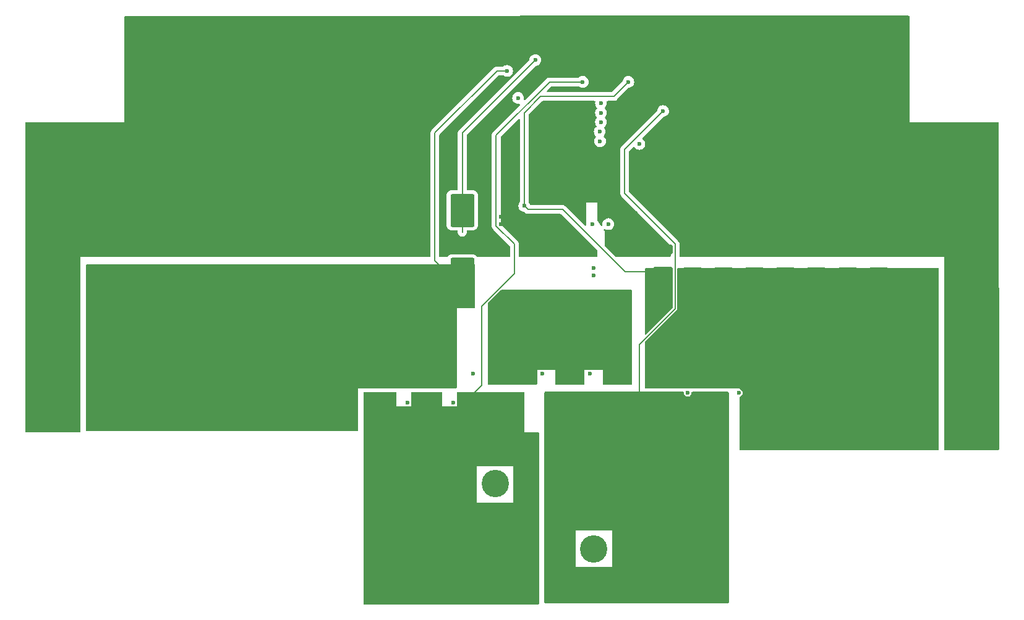
<source format=gbl>
%TF.GenerationSoftware,KiCad,Pcbnew,8.0.7*%
%TF.CreationDate,2025-01-13T19:37:05-08:00*%
%TF.ProjectId,DCDCv2,44434443-7632-42e6-9b69-6361645f7063,rev?*%
%TF.SameCoordinates,Original*%
%TF.FileFunction,Copper,L4,Bot*%
%TF.FilePolarity,Positive*%
%FSLAX46Y46*%
G04 Gerber Fmt 4.6, Leading zero omitted, Abs format (unit mm)*
G04 Created by KiCad (PCBNEW 8.0.7) date 2025-01-13 19:37:05*
%MOMM*%
%LPD*%
G01*
G04 APERTURE LIST*
G04 Aperture macros list*
%AMRoundRect*
0 Rectangle with rounded corners*
0 $1 Rounding radius*
0 $2 $3 $4 $5 $6 $7 $8 $9 X,Y pos of 4 corners*
0 Add a 4 corners polygon primitive as box body*
4,1,4,$2,$3,$4,$5,$6,$7,$8,$9,$2,$3,0*
0 Add four circle primitives for the rounded corners*
1,1,$1+$1,$2,$3*
1,1,$1+$1,$4,$5*
1,1,$1+$1,$6,$7*
1,1,$1+$1,$8,$9*
0 Add four rect primitives between the rounded corners*
20,1,$1+$1,$2,$3,$4,$5,0*
20,1,$1+$1,$4,$5,$6,$7,0*
20,1,$1+$1,$6,$7,$8,$9,0*
20,1,$1+$1,$8,$9,$2,$3,0*%
G04 Aperture macros list end*
%TA.AperFunction,ComponentPad*%
%ADD10C,1.803400*%
%TD*%
%TA.AperFunction,ComponentPad*%
%ADD11C,2.000000*%
%TD*%
%TA.AperFunction,ComponentPad*%
%ADD12C,3.750000*%
%TD*%
%TA.AperFunction,ComponentPad*%
%ADD13R,10.000000X5.000000*%
%TD*%
%TA.AperFunction,ComponentPad*%
%ADD14O,10.000000X5.000000*%
%TD*%
%TA.AperFunction,SMDPad,CuDef*%
%ADD15RoundRect,0.250000X1.100000X-0.412500X1.100000X0.412500X-1.100000X0.412500X-1.100000X-0.412500X0*%
%TD*%
%TA.AperFunction,SMDPad,CuDef*%
%ADD16RoundRect,0.250000X-1.400000X-2.000000X1.400000X-2.000000X1.400000X2.000000X-1.400000X2.000000X0*%
%TD*%
%TA.AperFunction,SMDPad,CuDef*%
%ADD17RoundRect,0.250000X1.400000X2.000000X-1.400000X2.000000X-1.400000X-2.000000X1.400000X-2.000000X0*%
%TD*%
%TA.AperFunction,SMDPad,CuDef*%
%ADD18RoundRect,0.250000X0.350000X-0.850000X0.350000X0.850000X-0.350000X0.850000X-0.350000X-0.850000X0*%
%TD*%
%TA.AperFunction,SMDPad,CuDef*%
%ADD19RoundRect,0.250000X1.125000X-1.275000X1.125000X1.275000X-1.125000X1.275000X-1.125000X-1.275000X0*%
%TD*%
%TA.AperFunction,SMDPad,CuDef*%
%ADD20RoundRect,0.249997X2.650003X-2.950003X2.650003X2.950003X-2.650003X2.950003X-2.650003X-2.950003X0*%
%TD*%
%TA.AperFunction,ViaPad*%
%ADD21C,0.600000*%
%TD*%
%TA.AperFunction,Conductor*%
%ADD22C,0.200000*%
%TD*%
G04 APERTURE END LIST*
D10*
%TO.P,Vin (15 to 28V),1,Pin_1*%
%TO.N,Vin*%
X34500000Y-73287202D03*
%TO.P,Vin (15 to 28V),2,Pin_2*%
%TO.N,GND*%
X25500018Y-79637202D03*
%TD*%
D11*
%TO.P,GND,1*%
%TO.N,GND*%
X41500000Y-46000000D03*
%TD*%
%TO.P,Vin,1*%
%TO.N,Vin*%
X42000000Y-80000000D03*
%TD*%
%TO.P,GND,1*%
%TO.N,GND*%
X133500000Y-46000000D03*
%TD*%
D12*
%TO.P,L1,*%
%TO.N,*%
X97750000Y-99000000D03*
X84250000Y-90100000D03*
D13*
%TO.P,L1,1,1*%
%TO.N,/sw1*%
X84250000Y-99000000D03*
D14*
%TO.P,L1,2,2*%
%TO.N,/sw2*%
X97750000Y-90100000D03*
%TD*%
D10*
%TO.P,Vout (24V),1,Pin_1*%
%TO.N,Vout*%
X139249008Y-80212798D03*
%TO.P,Vout (24V),2,Pin_2*%
%TO.N,GND*%
X148248990Y-73862798D03*
%TD*%
D11*
%TO.P,Vout,1*%
%TO.N,Vout*%
X124500000Y-82000000D03*
%TD*%
%TO.P,SW2,1*%
%TO.N,/sw2*%
X112500000Y-104500000D03*
%TD*%
%TO.P,SW1,1*%
%TO.N,/sw1*%
X69500000Y-104500000D03*
%TD*%
D15*
%TO.P,Coutx3,1,1*%
%TO.N,Vout*%
X136750000Y-61125000D03*
%TO.P,Coutx3,2,2*%
%TO.N,GND*%
X136750000Y-58000000D03*
%TD*%
D16*
%TO.P,D2,1,K*%
%TO.N,/sw1*%
X85500000Y-80800000D03*
%TO.P,D2,2,A*%
%TO.N,/rcs2*%
X85500000Y-72000000D03*
%TD*%
D15*
%TO.P,Coutx_3,1,1*%
%TO.N,Vout*%
X111250000Y-61125000D03*
%TO.P,Coutx_3,2,2*%
%TO.N,GND*%
X111250000Y-58000000D03*
%TD*%
%TO.P,Coutx_2,1,1*%
%TO.N,Vout*%
X115500000Y-61125000D03*
%TO.P,Coutx_2,2,2*%
%TO.N,GND*%
X115500000Y-58000000D03*
%TD*%
%TO.P,Coutx2_3,1,1*%
%TO.N,Vout*%
X128250000Y-61125000D03*
%TO.P,Coutx2_3,2,2*%
%TO.N,GND*%
X128250000Y-58000000D03*
%TD*%
%TO.P,Coutx3_3,1,1*%
%TO.N,Vout*%
X119750000Y-61125000D03*
%TO.P,Coutx3_3,2,2*%
%TO.N,GND*%
X119750000Y-58000000D03*
%TD*%
D17*
%TO.P,Df1,1,K*%
%TO.N,Net-(Df1-K)*%
X79750000Y-52600000D03*
%TO.P,Df1,2,A*%
%TO.N,Vin*%
X79750000Y-61400000D03*
%TD*%
D18*
%TO.P,D3,1,A*%
%TO.N,/sw2*%
X110555000Y-79975000D03*
D19*
%TO.P,D3,2,K*%
%TO.N,Vout*%
X106750000Y-75350000D03*
X109800000Y-75350000D03*
D20*
X108275000Y-73675000D03*
D19*
X106750000Y-72000000D03*
X109800000Y-72000000D03*
D18*
%TO.P,D3,3,A*%
%TO.N,/sw2*%
X105995000Y-79975000D03*
%TD*%
D15*
%TO.P,Coutx2_2,1,1*%
%TO.N,Vout*%
X132500000Y-61125000D03*
%TO.P,Coutx2_2,2,2*%
%TO.N,GND*%
X132500000Y-58000000D03*
%TD*%
%TO.P,Coutx3_2,1,1*%
%TO.N,Vout*%
X124000000Y-61125000D03*
%TO.P,Coutx3_2,2,2*%
%TO.N,GND*%
X124000000Y-58000000D03*
%TD*%
%TO.P,Coutx1,1,1*%
%TO.N,Vout*%
X141000000Y-61187500D03*
%TO.P,Coutx1,2,2*%
%TO.N,GND*%
X141000000Y-58062500D03*
%TD*%
%TO.P,Coutx2,1,1*%
%TO.N,Vout*%
X107250000Y-61062500D03*
%TO.P,Coutx2,2,2*%
%TO.N,GND*%
X107250000Y-57937500D03*
%TD*%
D21*
%TO.N,GND*%
X52250000Y-50500000D03*
X35250000Y-50500000D03*
X43250000Y-51500000D03*
X119750000Y-53000000D03*
X103500000Y-53000000D03*
X51250000Y-51500000D03*
X52250000Y-51500000D03*
X32250000Y-52500000D03*
X48250000Y-50500000D03*
X46250000Y-52500000D03*
X64250000Y-51500000D03*
X112750000Y-51000000D03*
X129750000Y-51000000D03*
X133750000Y-52000000D03*
X142750000Y-50000000D03*
X30250000Y-52500000D03*
X63250000Y-53500000D03*
X109750000Y-53000000D03*
X92775000Y-43500000D03*
X47250000Y-51500000D03*
X135750000Y-50000000D03*
X138750000Y-53000000D03*
X94775000Y-43500000D03*
X41250000Y-53500000D03*
X33250000Y-51500000D03*
X30250000Y-51500000D03*
X134750000Y-51000000D03*
X54250000Y-52500000D03*
X62250000Y-50500000D03*
X138750000Y-50000000D03*
X33250000Y-50500000D03*
X138750000Y-51000000D03*
X92000000Y-54500000D03*
X141750000Y-51000000D03*
X130750000Y-50000000D03*
X110750000Y-53000000D03*
X36250000Y-51500000D03*
X106000000Y-35500000D03*
X39250000Y-50500000D03*
X60250000Y-51500000D03*
X44250000Y-51500000D03*
X139750000Y-53000000D03*
X61250000Y-51500000D03*
X45250000Y-52500000D03*
X136750000Y-52000000D03*
X120750000Y-52000000D03*
X109000000Y-35500000D03*
X109000000Y-34500000D03*
X135750000Y-51000000D03*
X36250000Y-53500000D03*
X120750000Y-50000000D03*
X31250000Y-51500000D03*
X114750000Y-51000000D03*
X40250000Y-53500000D03*
X93775000Y-41500000D03*
X49250000Y-51500000D03*
X58250000Y-52500000D03*
X122750000Y-52000000D03*
X37250000Y-53500000D03*
X87000000Y-54500000D03*
X127750000Y-53000000D03*
X137750000Y-51000000D03*
X115750000Y-53000000D03*
X93775000Y-39500000D03*
X101500000Y-55000000D03*
X118750000Y-51000000D03*
X38250000Y-50500000D03*
X42250000Y-52500000D03*
X121750000Y-50000000D03*
X132750000Y-52000000D03*
X147750000Y-52000000D03*
X60250000Y-53500000D03*
X117750000Y-50000000D03*
X132750000Y-51000000D03*
X38250000Y-53500000D03*
X60250000Y-52500000D03*
X145750000Y-52000000D03*
X52250000Y-52500000D03*
X140750000Y-52000000D03*
X61250000Y-52500000D03*
X32250000Y-50500000D03*
X112750000Y-52000000D03*
X125750000Y-50000000D03*
X45250000Y-50500000D03*
X34250000Y-51500000D03*
X137750000Y-52000000D03*
X148750000Y-51000000D03*
X63250000Y-51500000D03*
X44250000Y-53500000D03*
X54250000Y-51500000D03*
X43250000Y-52500000D03*
X51250000Y-50500000D03*
X43250000Y-50500000D03*
X93775000Y-43500000D03*
X38250000Y-51500000D03*
X135750000Y-52000000D03*
X48250000Y-53500000D03*
X116750000Y-51000000D03*
X92775000Y-42500000D03*
X103500000Y-54000000D03*
X133750000Y-51000000D03*
X34250000Y-50500000D03*
X51250000Y-52500000D03*
X139750000Y-52000000D03*
X124750000Y-52000000D03*
X147750000Y-51000000D03*
X58250000Y-50500000D03*
X148750000Y-53000000D03*
X66250000Y-50500000D03*
X63250000Y-52500000D03*
X42250000Y-51500000D03*
X101500000Y-56000000D03*
X135750000Y-53000000D03*
X127750000Y-52000000D03*
X39250000Y-51500000D03*
X142750000Y-52000000D03*
X123750000Y-52000000D03*
X124750000Y-50000000D03*
X110750000Y-51000000D03*
X66250000Y-51500000D03*
X45250000Y-51500000D03*
X37250000Y-51500000D03*
X122750000Y-51000000D03*
X47250000Y-52500000D03*
X123750000Y-51000000D03*
X91000000Y-53500000D03*
X109750000Y-50000000D03*
X29250000Y-52500000D03*
X127750000Y-50000000D03*
X119750000Y-51000000D03*
X128750000Y-53000000D03*
X120750000Y-53000000D03*
X131750000Y-51000000D03*
X28250000Y-51500000D03*
X48250000Y-51500000D03*
X112750000Y-53000000D03*
X47250000Y-53500000D03*
X46250000Y-53500000D03*
X86000000Y-54500000D03*
X50250000Y-50500000D03*
X117750000Y-52000000D03*
X38250000Y-52500000D03*
X141750000Y-50000000D03*
X121750000Y-52000000D03*
X146750000Y-51000000D03*
X143750000Y-52000000D03*
X59250000Y-53500000D03*
X117750000Y-53000000D03*
X93775000Y-40500000D03*
X88000000Y-53500000D03*
X51250000Y-53500000D03*
X90000000Y-53500000D03*
X145750000Y-53000000D03*
X58250000Y-51500000D03*
X55250000Y-51500000D03*
X137750000Y-53000000D03*
X89000000Y-53500000D03*
X145750000Y-50000000D03*
X142750000Y-53000000D03*
X102500000Y-55000000D03*
X44250000Y-52500000D03*
X145750000Y-51000000D03*
X65250000Y-50500000D03*
X55250000Y-50500000D03*
X48250000Y-52500000D03*
X119750000Y-52000000D03*
X115750000Y-52000000D03*
X66250000Y-52500000D03*
X110750000Y-50000000D03*
X94775000Y-41500000D03*
X125750000Y-52000000D03*
X97599998Y-54500000D03*
X142750000Y-51000000D03*
X85000000Y-54500000D03*
X131750000Y-50000000D03*
X133750000Y-50000000D03*
X85000000Y-53500000D03*
X125750000Y-51000000D03*
X61250000Y-53500000D03*
X121750000Y-53000000D03*
X129750000Y-52000000D03*
X113750000Y-50000000D03*
X102500000Y-54000000D03*
X108000000Y-34500000D03*
X144750000Y-50000000D03*
X109750000Y-51000000D03*
X128750000Y-50000000D03*
X53250000Y-52500000D03*
X122750000Y-50000000D03*
X91000000Y-54500000D03*
X62250000Y-52500000D03*
X118750000Y-52000000D03*
X126750000Y-51000000D03*
X28250000Y-52500000D03*
X126750000Y-50000000D03*
X148750000Y-50000000D03*
X39250000Y-53500000D03*
X55250000Y-52500000D03*
X61250000Y-50500000D03*
X136750000Y-51000000D03*
X111750000Y-52000000D03*
X44250000Y-50500000D03*
X29250000Y-51500000D03*
X56250000Y-50500000D03*
X111750000Y-50000000D03*
X47250000Y-50500000D03*
X27250000Y-52500000D03*
X118750000Y-50000000D03*
X111750000Y-51000000D03*
X124750000Y-51000000D03*
X58250000Y-53500000D03*
X35250000Y-51500000D03*
X88000000Y-54500000D03*
X134750000Y-52000000D03*
X139750000Y-50000000D03*
X49250000Y-52500000D03*
X123750000Y-50000000D03*
X115750000Y-51000000D03*
X32250000Y-51500000D03*
X41250000Y-51500000D03*
X64250000Y-50500000D03*
X31250000Y-53500000D03*
X34250000Y-52500000D03*
X116750000Y-50000000D03*
X129750000Y-53000000D03*
X29250000Y-50500000D03*
X113750000Y-52000000D03*
X126750000Y-53000000D03*
X128750000Y-52000000D03*
X140750000Y-50000000D03*
X130750000Y-52000000D03*
X28250000Y-53500000D03*
X62250000Y-53500000D03*
X89000000Y-54500000D03*
X116750000Y-52000000D03*
X109750000Y-52000000D03*
X64250000Y-53500000D03*
X124750000Y-53000000D03*
X50250000Y-53500000D03*
X29250000Y-53500000D03*
X136750000Y-50000000D03*
X141750000Y-52000000D03*
X110750000Y-52000000D03*
X55250000Y-53500000D03*
X59250000Y-52500000D03*
X146750000Y-52000000D03*
X146750000Y-50000000D03*
X36250000Y-52500000D03*
X129750000Y-50000000D03*
X30250000Y-53500000D03*
X133750000Y-53000000D03*
X37250000Y-52500000D03*
X39250000Y-52500000D03*
X37250000Y-50500000D03*
X40250000Y-51500000D03*
X86000000Y-53500000D03*
X27250000Y-50500000D03*
X114750000Y-53000000D03*
X139750000Y-51000000D03*
X41250000Y-52500000D03*
X52250000Y-53500000D03*
X59250000Y-51500000D03*
X118750000Y-53000000D03*
X33250000Y-52500000D03*
X56250000Y-53500000D03*
X65250000Y-51500000D03*
X117750000Y-51000000D03*
X56250000Y-52500000D03*
X54250000Y-53500000D03*
X35250000Y-53500000D03*
X114750000Y-50000000D03*
X49250000Y-53500000D03*
X65250000Y-53500000D03*
X136750000Y-53000000D03*
X115750000Y-50000000D03*
X32250000Y-53500000D03*
X97750000Y-60500000D03*
X107000000Y-35500000D03*
X27250000Y-53500000D03*
X143750000Y-53000000D03*
X140750000Y-53000000D03*
X92775000Y-39500000D03*
X134750000Y-50000000D03*
X53250000Y-53500000D03*
X87000000Y-53500000D03*
X66250000Y-53500000D03*
X65250000Y-52500000D03*
X144750000Y-53000000D03*
X30250000Y-50500000D03*
X143750000Y-50000000D03*
X57250000Y-50500000D03*
X128750000Y-51000000D03*
X127750000Y-51000000D03*
X31250000Y-52500000D03*
X57250000Y-53500000D03*
X57250000Y-51500000D03*
X50250000Y-51500000D03*
X102500000Y-56000000D03*
X144750000Y-52000000D03*
X63250000Y-50500000D03*
X148750000Y-52000000D03*
X46250000Y-50500000D03*
X56250000Y-51500000D03*
X40250000Y-50500000D03*
X59250000Y-50500000D03*
X143750000Y-51000000D03*
X102500000Y-53000000D03*
X140750000Y-51000000D03*
X28250000Y-50500000D03*
X92775000Y-41500000D03*
X60250000Y-50500000D03*
X131750000Y-53000000D03*
X101500000Y-53000000D03*
X43250000Y-53500000D03*
X107000000Y-34500000D03*
X41250000Y-50500000D03*
X130750000Y-53000000D03*
X125750000Y-53000000D03*
X134750000Y-53000000D03*
X123750000Y-53000000D03*
X147750000Y-53000000D03*
X54250000Y-50500000D03*
X42250000Y-53500000D03*
X111750000Y-53000000D03*
X45250000Y-53500000D03*
X49250000Y-50500000D03*
X106000000Y-34500000D03*
X147750000Y-50000000D03*
X27250000Y-51500000D03*
X108000000Y-35500000D03*
X40250000Y-52500000D03*
X31250000Y-50500000D03*
X46250000Y-51500000D03*
X132750000Y-53000000D03*
X33250000Y-53500000D03*
X53250000Y-51500000D03*
X93775000Y-42500000D03*
X121750000Y-51000000D03*
X132750000Y-50000000D03*
X57250000Y-52500000D03*
X36250000Y-50500000D03*
X94775000Y-42500000D03*
X92775000Y-40500000D03*
X113750000Y-51000000D03*
X113750000Y-53000000D03*
X120750000Y-51000000D03*
X64250000Y-52500000D03*
X90000000Y-54500000D03*
X137750000Y-50000000D03*
X141750000Y-53000000D03*
X130750000Y-51000000D03*
X35250000Y-52500000D03*
X62250000Y-51500000D03*
X103500000Y-55000000D03*
X126750000Y-52000000D03*
X101500000Y-54000000D03*
X50250000Y-52500000D03*
X138750000Y-52000000D03*
X122750000Y-53000000D03*
X94775000Y-39500000D03*
X103500000Y-56000000D03*
X131750000Y-52000000D03*
X114750000Y-52000000D03*
X42250000Y-50500000D03*
X146750000Y-53000000D03*
X144750000Y-51000000D03*
X94775000Y-40500000D03*
X116750000Y-53000000D03*
X112750000Y-50000000D03*
X34250000Y-53500000D03*
X119750000Y-50000000D03*
X92000000Y-53500000D03*
X53250000Y-50500000D03*
%TO.N,/sw1*%
X70750000Y-89000000D03*
X81000000Y-78000000D03*
X73500000Y-83000000D03*
X77500000Y-81000000D03*
X67750000Y-90000000D03*
X70750000Y-94000000D03*
X76500000Y-82000000D03*
X68750000Y-94000000D03*
X69750000Y-92000000D03*
X69750000Y-95000000D03*
X73500000Y-80000000D03*
X67750000Y-95000000D03*
X70750000Y-87000000D03*
X70750000Y-91000000D03*
X73500000Y-81000000D03*
X79500000Y-83000000D03*
X70750000Y-100000000D03*
X76500000Y-80000000D03*
X68750000Y-101000000D03*
X74500000Y-82000000D03*
X70750000Y-92000000D03*
X67750000Y-94000000D03*
X68750000Y-88000000D03*
X67750000Y-101000000D03*
X68750000Y-87000000D03*
X68750000Y-92000000D03*
X67750000Y-99000000D03*
X67750000Y-96000000D03*
X70750000Y-97000000D03*
X67750000Y-86000000D03*
X76500000Y-81000000D03*
X70750000Y-99000000D03*
X80500000Y-82000000D03*
X68750000Y-97000000D03*
X67750000Y-89000000D03*
X68750000Y-96000000D03*
X78500000Y-83000000D03*
X69750000Y-96000000D03*
X70750000Y-95000000D03*
X69750000Y-87000000D03*
X75500000Y-82000000D03*
X80500000Y-81000000D03*
X69750000Y-91000000D03*
X69750000Y-90000000D03*
X67750000Y-91000000D03*
X70750000Y-101000000D03*
X77500000Y-83000000D03*
X79500000Y-82000000D03*
X67750000Y-93000000D03*
X74500000Y-81000000D03*
X68750000Y-99000000D03*
X68750000Y-86000000D03*
X77500000Y-80000000D03*
X96250000Y-35000000D03*
X75500000Y-81000000D03*
X70750000Y-88000000D03*
X69750000Y-88000000D03*
X78500000Y-82000000D03*
X73500000Y-82000000D03*
X69750000Y-89000000D03*
X74500000Y-83000000D03*
X75500000Y-83000000D03*
X70750000Y-96000000D03*
X69750000Y-100000000D03*
X79500000Y-80000000D03*
X76500000Y-83000000D03*
X78500000Y-80000000D03*
X70750000Y-86000000D03*
X68750000Y-93000000D03*
X68750000Y-98000000D03*
X67750000Y-97000000D03*
X80500000Y-80000000D03*
X69750000Y-101000000D03*
X77500000Y-82000000D03*
X69750000Y-94000000D03*
X68750000Y-95000000D03*
X68750000Y-91000000D03*
X69750000Y-97000000D03*
X79500000Y-81000000D03*
X69750000Y-93000000D03*
X69750000Y-86000000D03*
X67750000Y-98000000D03*
X80500000Y-83000000D03*
X70750000Y-90000000D03*
X67750000Y-88000000D03*
X75500000Y-80000000D03*
X67750000Y-100000000D03*
X69750000Y-98000000D03*
X74500000Y-80000000D03*
X67750000Y-87000000D03*
X68750000Y-100000000D03*
X78500000Y-81000000D03*
X68750000Y-89000000D03*
X68750000Y-90000000D03*
X70750000Y-93000000D03*
X67750000Y-92000000D03*
X69750000Y-99000000D03*
X70750000Y-98000000D03*
%TO.N,/sw2*%
X114250000Y-96500000D03*
X113250000Y-86500000D03*
X111250000Y-94500000D03*
X112250000Y-85500000D03*
X114250000Y-100500000D03*
X111250000Y-88500000D03*
X112250000Y-99500000D03*
X113250000Y-85500000D03*
X111250000Y-91500000D03*
X112250000Y-90500000D03*
X112250000Y-93500000D03*
X114250000Y-92500000D03*
X114250000Y-91500000D03*
X112250000Y-92500000D03*
X114250000Y-98500000D03*
X112250000Y-87500000D03*
X111250000Y-100500000D03*
X111250000Y-96500000D03*
X112250000Y-97500000D03*
X111250000Y-92500000D03*
X113250000Y-89500000D03*
X114250000Y-87500000D03*
X113250000Y-94500000D03*
X111250000Y-89500000D03*
X111250000Y-90500000D03*
X114250000Y-95500000D03*
X113250000Y-100500000D03*
X113250000Y-92500000D03*
X113250000Y-96500000D03*
X111250000Y-97500000D03*
X111250000Y-93500000D03*
X107250000Y-39000000D03*
X112250000Y-94500000D03*
X111250000Y-87500000D03*
X112250000Y-86500000D03*
X113250000Y-98500000D03*
X114250000Y-99500000D03*
X113250000Y-88500000D03*
X114250000Y-97500000D03*
X113250000Y-87500000D03*
X111250000Y-99500000D03*
X114250000Y-86500000D03*
X113250000Y-90500000D03*
X114250000Y-90500000D03*
X111250000Y-98500000D03*
X114250000Y-89500000D03*
X111250000Y-85500000D03*
X112250000Y-98500000D03*
X112250000Y-91500000D03*
X114250000Y-94500000D03*
X112250000Y-88500000D03*
X114250000Y-93500000D03*
X112250000Y-89500000D03*
X112250000Y-95500000D03*
X111250000Y-86500000D03*
X104000000Y-78000000D03*
X112250000Y-96500000D03*
X113250000Y-91500000D03*
X114250000Y-88500000D03*
X112250000Y-100500000D03*
X111250000Y-95500000D03*
X113250000Y-99500000D03*
X113250000Y-93500000D03*
X113250000Y-95500000D03*
X113250000Y-97500000D03*
X114250000Y-85500000D03*
%TO.N,Vin*%
X47500000Y-74000000D03*
X53500000Y-75000000D03*
X59500000Y-74000000D03*
X56500000Y-72000000D03*
X53500000Y-74000000D03*
X63500000Y-72000000D03*
X46500000Y-72000000D03*
X55500000Y-75000000D03*
X48500000Y-73000000D03*
X57500000Y-72000000D03*
X40500000Y-74000000D03*
X55500000Y-72000000D03*
X49500000Y-75000000D03*
X61500000Y-72000000D03*
X57500000Y-75000000D03*
X48500000Y-75000000D03*
X40500000Y-73000000D03*
X57500000Y-74000000D03*
X46500000Y-73000000D03*
X45500000Y-73000000D03*
X55500000Y-73000000D03*
X41500000Y-75000000D03*
X62500000Y-72000000D03*
X54500000Y-72000000D03*
X45500000Y-74000000D03*
X44500000Y-72000000D03*
X61500000Y-73000000D03*
X43500000Y-72000000D03*
X54500000Y-73000000D03*
X60500000Y-74000000D03*
X51500000Y-75000000D03*
X56500000Y-74000000D03*
X58500000Y-72000000D03*
X46500000Y-75000000D03*
X52500000Y-74000000D03*
X56500000Y-73000000D03*
X51500000Y-72000000D03*
X40500000Y-72000000D03*
X63500000Y-75000000D03*
X49500000Y-73000000D03*
X58500000Y-74000000D03*
X42500000Y-74000000D03*
X51500000Y-73000000D03*
X59500000Y-73000000D03*
X50500000Y-72000000D03*
X85900000Y-33500000D03*
X50500000Y-74000000D03*
X41500000Y-73000000D03*
X59500000Y-75000000D03*
X87400000Y-37200000D03*
X44500000Y-75000000D03*
X47500000Y-75000000D03*
X54500000Y-75000000D03*
X57500000Y-73000000D03*
X60500000Y-72000000D03*
X61500000Y-75000000D03*
X52500000Y-75000000D03*
X50500000Y-75000000D03*
X47500000Y-72000000D03*
X43500000Y-73000000D03*
X61500000Y-74000000D03*
X41500000Y-74000000D03*
X53500000Y-73000000D03*
X51500000Y-74000000D03*
X43500000Y-74000000D03*
X59500000Y-72000000D03*
X58500000Y-75000000D03*
X62500000Y-75000000D03*
X43500000Y-75000000D03*
X62500000Y-74000000D03*
X40500000Y-75000000D03*
X46500000Y-74000000D03*
X45500000Y-75000000D03*
X45500000Y-72000000D03*
X52500000Y-73000000D03*
X44500000Y-74000000D03*
X49500000Y-74000000D03*
X63500000Y-73000000D03*
X42500000Y-75000000D03*
X55500000Y-74000000D03*
X52500000Y-72000000D03*
X62500000Y-73000000D03*
X58500000Y-73000000D03*
X50500000Y-73000000D03*
X56500000Y-75000000D03*
X42500000Y-72000000D03*
X63500000Y-74000000D03*
X53500000Y-72000000D03*
X60500000Y-73000000D03*
X60500000Y-75000000D03*
X47500000Y-73000000D03*
X49500000Y-72000000D03*
X42500000Y-73000000D03*
X48500000Y-74000000D03*
X44500000Y-73000000D03*
X48500000Y-72000000D03*
X54500000Y-74000000D03*
X41500000Y-72000000D03*
%TO.N,Net-(Dboot1-A)*%
X104000000Y-43500000D03*
X98750000Y-40500000D03*
%TO.N,/rcs2*%
X85000000Y-64000000D03*
X87000000Y-64000000D03*
X85000000Y-67000000D03*
X97750000Y-61500000D03*
X85000000Y-65000000D03*
X86000000Y-64000000D03*
X88000000Y-65000000D03*
X87000000Y-67000000D03*
X88000000Y-66000000D03*
X85000000Y-66000000D03*
X87000000Y-66000000D03*
X99750000Y-54500000D03*
X88000000Y-64000000D03*
X86000000Y-67000000D03*
X87000000Y-65000000D03*
X86000000Y-66000000D03*
X88000000Y-67000000D03*
X86000000Y-65000000D03*
%TO.N,Net-(Df1-K)*%
X89750000Y-32000000D03*
%TO.N,/hdrv1*%
X78520000Y-79000000D03*
X98750000Y-37925000D03*
X72250000Y-79000000D03*
%TO.N,/hdrv2*%
X110625000Y-77625000D03*
X117625000Y-77625000D03*
X98625000Y-43125000D03*
%TO.N,/ldrv2*%
X90750000Y-75000000D03*
X98575000Y-41825000D03*
X97250000Y-75000000D03*
%TO.N,/ldrv1*%
X81250000Y-75000000D03*
X98750000Y-39225000D03*
%TO.N,Vout*%
X131750000Y-68500000D03*
X113750000Y-67500000D03*
X118750000Y-68500000D03*
X119750000Y-66500000D03*
X129750000Y-66500000D03*
X102500000Y-35000000D03*
X125750000Y-69500000D03*
X120750000Y-67500000D03*
X123750000Y-68500000D03*
X119750000Y-67500000D03*
X127750000Y-67500000D03*
X111750000Y-69500000D03*
X132750000Y-68500000D03*
X115750000Y-68500000D03*
X131750000Y-67500000D03*
X107500000Y-66500000D03*
X128750000Y-68500000D03*
X121750000Y-66500000D03*
X134750000Y-68500000D03*
X122750000Y-66500000D03*
X113750000Y-69500000D03*
X117750000Y-69500000D03*
X122750000Y-68500000D03*
X113750000Y-68500000D03*
X123750000Y-66500000D03*
X133750000Y-69500000D03*
X114750000Y-67500000D03*
X132750000Y-69500000D03*
X130750000Y-67500000D03*
X105500000Y-65500000D03*
X118750000Y-67500000D03*
X105500000Y-66500000D03*
X130750000Y-68500000D03*
X133750000Y-68500000D03*
X112750000Y-69500000D03*
X121750000Y-69500000D03*
X119750000Y-68500000D03*
X128750000Y-69500000D03*
X118750000Y-69500000D03*
X121750000Y-68500000D03*
X111750000Y-66500000D03*
X131750000Y-66500000D03*
X106500000Y-65500000D03*
X133750000Y-67500000D03*
X115750000Y-69500000D03*
X122750000Y-67500000D03*
X107500000Y-64500000D03*
X132750000Y-67500000D03*
X124750000Y-69500000D03*
X133750000Y-66500000D03*
X112750000Y-67500000D03*
X112750000Y-68500000D03*
X134750000Y-67500000D03*
X129750000Y-67500000D03*
X120750000Y-68500000D03*
X126750000Y-69500000D03*
X105500000Y-64500000D03*
X106500000Y-66500000D03*
X120750000Y-66500000D03*
X116750000Y-69500000D03*
X127750000Y-68500000D03*
X128750000Y-66500000D03*
X117750000Y-67500000D03*
X88250000Y-52000000D03*
X126750000Y-68500000D03*
X116750000Y-66500000D03*
X125750000Y-67500000D03*
X107500000Y-65500000D03*
X111750000Y-67500000D03*
X106500000Y-64500000D03*
X130750000Y-69500000D03*
X116750000Y-67500000D03*
X126750000Y-67500000D03*
X117750000Y-66500000D03*
X123750000Y-69500000D03*
X130750000Y-66500000D03*
X115750000Y-66500000D03*
X113750000Y-66500000D03*
X111750000Y-68500000D03*
X129750000Y-69500000D03*
X129750000Y-68500000D03*
X124750000Y-66500000D03*
X134750000Y-69500000D03*
X131750000Y-69500000D03*
X116750000Y-68500000D03*
X120750000Y-69500000D03*
X117750000Y-68500000D03*
X114750000Y-69500000D03*
X112750000Y-66500000D03*
X114750000Y-66500000D03*
X134750000Y-66500000D03*
X127750000Y-66500000D03*
X125750000Y-68500000D03*
X125750000Y-66500000D03*
X122750000Y-69500000D03*
X132750000Y-66500000D03*
X124750000Y-67500000D03*
X127750000Y-69500000D03*
X119750000Y-69500000D03*
X124750000Y-68500000D03*
X121750000Y-67500000D03*
X115750000Y-67500000D03*
X126750000Y-66500000D03*
X128750000Y-67500000D03*
X118750000Y-66500000D03*
X114750000Y-68500000D03*
X123750000Y-67500000D03*
%TD*%
D22*
%TO.N,GND*%
X31250018Y-53500018D02*
X31250000Y-53500000D01*
%TO.N,/sw1*%
X84400000Y-54748529D02*
X86900000Y-57248529D01*
X96250000Y-35000000D02*
X91700000Y-35000000D01*
X86900000Y-57248529D02*
X86900000Y-61251471D01*
X91700000Y-35000000D02*
X84400000Y-42300000D01*
X86900000Y-61251471D02*
X82400000Y-65751471D01*
X84400000Y-42300000D02*
X84400000Y-54748529D01*
X82400000Y-65751471D02*
X82400000Y-76600000D01*
X82400000Y-76600000D02*
X81000000Y-78000000D01*
%TO.N,/sw2*%
X108900000Y-66100000D02*
X108900000Y-57200000D01*
X102000000Y-50300000D02*
X102000000Y-44250000D01*
X108900000Y-57200000D02*
X102000000Y-50300000D01*
X104000000Y-78000000D02*
X104000000Y-71000000D01*
X104000000Y-71000000D02*
X108900000Y-66100000D01*
X102000000Y-44250000D02*
X107250000Y-39000000D01*
%TO.N,Vin*%
X76000000Y-42000000D02*
X84500000Y-33500000D01*
X84500000Y-33500000D02*
X85900000Y-33500000D01*
X77900000Y-61400000D02*
X76000000Y-59500000D01*
X76000000Y-59500000D02*
X76000000Y-42000000D01*
X79750000Y-61400000D02*
X77900000Y-61400000D01*
%TO.N,Net-(Df1-K)*%
X79750000Y-42000000D02*
X79750000Y-55600000D01*
X89750000Y-32000000D02*
X79750000Y-42000000D01*
%TO.N,Vout*%
X88750000Y-52500000D02*
X93500000Y-52500000D01*
X102500000Y-35000000D02*
X100500000Y-37000000D01*
X93500000Y-52500000D02*
X102062500Y-61062500D01*
X90500000Y-37000000D02*
X88250000Y-39250000D01*
X102062500Y-61062500D02*
X107250000Y-61062500D01*
X88250000Y-52000000D02*
X88750000Y-52500000D01*
X100500000Y-37000000D02*
X90500000Y-37000000D01*
X88250000Y-39250000D02*
X88250000Y-52000000D01*
%TD*%
%TA.AperFunction,Conductor*%
%TO.N,/sw2*%
G36*
X110065553Y-77489829D02*
G01*
X110111308Y-77542633D01*
X110121252Y-77611790D01*
X110119353Y-77624998D01*
X110119353Y-77624999D01*
X110139834Y-77767456D01*
X110177640Y-77850237D01*
X110199623Y-77898373D01*
X110293872Y-78007143D01*
X110414947Y-78084953D01*
X110414950Y-78084954D01*
X110414949Y-78084954D01*
X110553036Y-78125499D01*
X110553038Y-78125500D01*
X110553039Y-78125500D01*
X110696962Y-78125500D01*
X110696962Y-78125499D01*
X110835053Y-78084953D01*
X110956128Y-78007143D01*
X111050377Y-77898373D01*
X111110165Y-77767457D01*
X111130647Y-77625000D01*
X111128748Y-77611790D01*
X111138692Y-77542631D01*
X111184448Y-77489828D01*
X111251486Y-77470144D01*
X116126000Y-77470144D01*
X116193039Y-77489829D01*
X116238794Y-77542633D01*
X116250000Y-77594144D01*
X116250000Y-106346144D01*
X116230315Y-106413183D01*
X116177511Y-106458938D01*
X116126000Y-106470144D01*
X91124000Y-106470144D01*
X91056961Y-106450459D01*
X91011206Y-106397655D01*
X91000000Y-106346144D01*
X91000000Y-98000000D01*
X95250000Y-98000000D01*
X95250000Y-101500000D01*
X100250000Y-101500000D01*
X100250000Y-96500000D01*
X95250000Y-96500000D01*
X95250000Y-98000000D01*
X91000000Y-98000000D01*
X91000000Y-77594144D01*
X91019685Y-77527105D01*
X91072489Y-77481350D01*
X91124000Y-77470144D01*
X109998514Y-77470144D01*
X110065553Y-77489829D01*
G37*
%TD.AperFunction*%
%TD*%
%TA.AperFunction,Conductor*%
%TO.N,Vin*%
G36*
X81443039Y-60019685D02*
G01*
X81488794Y-60072489D01*
X81500000Y-60124000D01*
X81500000Y-65876000D01*
X81480315Y-65943039D01*
X81427511Y-65988794D01*
X81376000Y-66000000D01*
X79000000Y-66000000D01*
X79000000Y-76876000D01*
X78980315Y-76943039D01*
X78927511Y-76988794D01*
X78876000Y-77000000D01*
X65500000Y-77000000D01*
X65500000Y-82776000D01*
X65480315Y-82843039D01*
X65427511Y-82888794D01*
X65376000Y-82900000D01*
X28324000Y-82900000D01*
X28256961Y-82880315D01*
X28211206Y-82827511D01*
X28200000Y-82776000D01*
X28200000Y-60124000D01*
X28219685Y-60056961D01*
X28272489Y-60011206D01*
X28324000Y-60000000D01*
X81376000Y-60000000D01*
X81443039Y-60019685D01*
G37*
%TD.AperFunction*%
%TD*%
%TA.AperFunction,Conductor*%
%TO.N,GND*%
G36*
X140942961Y-25928882D02*
G01*
X140988756Y-25981652D01*
X141000000Y-26033248D01*
X141000000Y-40500000D01*
X153088352Y-40500000D01*
X153155391Y-40519685D01*
X153201146Y-40572489D01*
X153212352Y-40623896D01*
X153249896Y-85375896D01*
X153230268Y-85442952D01*
X153177502Y-85488751D01*
X153125896Y-85500000D01*
X145874000Y-85500000D01*
X145806961Y-85480315D01*
X145761206Y-85427511D01*
X145750000Y-85376000D01*
X145750000Y-59000000D01*
X109624500Y-59000000D01*
X109557461Y-58980315D01*
X109511706Y-58927511D01*
X109500500Y-58876000D01*
X109500500Y-57289060D01*
X109500501Y-57289047D01*
X109500501Y-57120944D01*
X109459576Y-56968214D01*
X109459573Y-56968209D01*
X109380524Y-56831290D01*
X109380518Y-56831282D01*
X102636819Y-50087583D01*
X102603334Y-50026260D01*
X102600500Y-49999902D01*
X102600500Y-44550096D01*
X102620185Y-44483057D01*
X102636815Y-44462419D01*
X103154810Y-43944423D01*
X103216131Y-43910940D01*
X103285822Y-43915924D01*
X103341756Y-43957795D01*
X103347482Y-43966133D01*
X103370182Y-44002259D01*
X103370184Y-44002262D01*
X103497738Y-44129816D01*
X103650478Y-44225789D01*
X103820745Y-44285368D01*
X103820750Y-44285369D01*
X103999996Y-44305565D01*
X104000000Y-44305565D01*
X104000004Y-44305565D01*
X104179249Y-44285369D01*
X104179252Y-44285368D01*
X104179255Y-44285368D01*
X104349522Y-44225789D01*
X104502262Y-44129816D01*
X104629816Y-44002262D01*
X104725789Y-43849522D01*
X104785368Y-43679255D01*
X104805565Y-43500000D01*
X104802694Y-43474523D01*
X104785369Y-43320750D01*
X104785368Y-43320745D01*
X104725788Y-43150476D01*
X104629815Y-42997737D01*
X104502262Y-42870184D01*
X104502259Y-42870182D01*
X104466133Y-42847482D01*
X104419842Y-42795147D01*
X104409195Y-42726094D01*
X104437570Y-42662245D01*
X104444413Y-42654820D01*
X107268535Y-39830698D01*
X107329856Y-39797215D01*
X107342311Y-39795163D01*
X107429255Y-39785368D01*
X107599522Y-39725789D01*
X107752262Y-39629816D01*
X107879816Y-39502262D01*
X107975789Y-39349522D01*
X108035368Y-39179255D01*
X108035369Y-39179249D01*
X108055565Y-39000003D01*
X108055565Y-38999996D01*
X108035369Y-38820750D01*
X108035368Y-38820745D01*
X108001074Y-38722738D01*
X107975789Y-38650478D01*
X107879816Y-38497738D01*
X107752262Y-38370184D01*
X107599523Y-38274211D01*
X107429254Y-38214631D01*
X107429249Y-38214630D01*
X107250004Y-38194435D01*
X107249996Y-38194435D01*
X107070750Y-38214630D01*
X107070745Y-38214631D01*
X106900476Y-38274211D01*
X106747737Y-38370184D01*
X106620184Y-38497737D01*
X106524210Y-38650478D01*
X106464630Y-38820750D01*
X106454837Y-38907668D01*
X106427770Y-38972082D01*
X106419298Y-38981465D01*
X101631286Y-43769478D01*
X101519481Y-43881282D01*
X101519479Y-43881284D01*
X101502688Y-43910369D01*
X101491028Y-43930565D01*
X101483026Y-43944425D01*
X101449634Y-44002262D01*
X101440423Y-44018215D01*
X101399499Y-44170943D01*
X101399499Y-44170945D01*
X101399499Y-44339046D01*
X101399500Y-44339059D01*
X101399500Y-50213330D01*
X101399499Y-50213348D01*
X101399499Y-50379054D01*
X101399498Y-50379054D01*
X101399499Y-50379057D01*
X101440423Y-50531785D01*
X101444688Y-50539172D01*
X101450933Y-50549990D01*
X101450935Y-50549992D01*
X101519477Y-50668712D01*
X101519481Y-50668717D01*
X101638349Y-50787585D01*
X101638355Y-50787590D01*
X108263181Y-57412416D01*
X108296666Y-57473739D01*
X108299500Y-57500097D01*
X108299500Y-58876000D01*
X108279815Y-58943039D01*
X108227011Y-58988794D01*
X108175500Y-59000000D01*
X100900598Y-59000000D01*
X100833559Y-58980315D01*
X100812917Y-58963681D01*
X99286319Y-57437083D01*
X99252834Y-57375760D01*
X99250000Y-57349402D01*
X99250000Y-55499999D01*
X99150333Y-55350500D01*
X99148234Y-55347352D01*
X99127427Y-55280654D01*
X99145982Y-55213293D01*
X99198009Y-55166657D01*
X99266991Y-55155553D01*
X99317381Y-55173576D01*
X99400476Y-55225788D01*
X99400478Y-55225789D01*
X99557273Y-55280654D01*
X99570745Y-55285368D01*
X99570750Y-55285369D01*
X99749996Y-55305565D01*
X99750000Y-55305565D01*
X99750004Y-55305565D01*
X99929249Y-55285369D01*
X99929252Y-55285368D01*
X99929255Y-55285368D01*
X100099522Y-55225789D01*
X100252262Y-55129816D01*
X100379816Y-55002262D01*
X100475789Y-54849522D01*
X100535368Y-54679255D01*
X100535369Y-54679249D01*
X100555565Y-54500003D01*
X100555565Y-54499996D01*
X100535369Y-54320750D01*
X100535368Y-54320745D01*
X100475788Y-54150476D01*
X100379815Y-53997737D01*
X100252262Y-53870184D01*
X100099523Y-53774211D01*
X99929254Y-53714631D01*
X99929249Y-53714630D01*
X99750004Y-53694435D01*
X99749996Y-53694435D01*
X99570750Y-53714630D01*
X99570745Y-53714631D01*
X99400476Y-53774211D01*
X99247737Y-53870184D01*
X99120184Y-53997737D01*
X99024211Y-54150476D01*
X98964631Y-54320745D01*
X98964630Y-54320750D01*
X98944435Y-54499996D01*
X98944435Y-54500004D01*
X98960622Y-54643676D01*
X98948567Y-54712498D01*
X98901218Y-54763877D01*
X98833607Y-54781501D01*
X98767202Y-54759774D01*
X98734228Y-54726342D01*
X98270826Y-54031238D01*
X98250018Y-53964539D01*
X98250000Y-53962455D01*
X98250000Y-51500000D01*
X96750000Y-51500000D01*
X96750000Y-54601402D01*
X96730315Y-54668441D01*
X96677511Y-54714196D01*
X96608353Y-54724140D01*
X96544797Y-54695115D01*
X96538319Y-54689083D01*
X93987590Y-52138355D01*
X93987588Y-52138352D01*
X93868717Y-52019481D01*
X93868716Y-52019480D01*
X93781904Y-51969360D01*
X93781904Y-51969359D01*
X93781900Y-51969358D01*
X93731785Y-51940423D01*
X93579057Y-51899499D01*
X93420943Y-51899499D01*
X93413347Y-51899499D01*
X93413331Y-51899500D01*
X89150909Y-51899500D01*
X89083870Y-51879815D01*
X89038115Y-51827011D01*
X89033867Y-51816455D01*
X89023823Y-51787752D01*
X88975789Y-51650478D01*
X88879816Y-51497738D01*
X88879814Y-51497736D01*
X88879813Y-51497734D01*
X88877550Y-51494896D01*
X88876659Y-51492715D01*
X88876111Y-51491842D01*
X88876264Y-51491745D01*
X88851144Y-51430209D01*
X88850500Y-51417587D01*
X88850500Y-39550097D01*
X88870185Y-39483058D01*
X88886819Y-39462416D01*
X90712417Y-37636819D01*
X90773740Y-37603334D01*
X90800098Y-37600500D01*
X97842292Y-37600500D01*
X97909331Y-37620185D01*
X97955086Y-37672989D01*
X97964538Y-37738726D01*
X97965411Y-37738825D01*
X97944435Y-37924996D01*
X97944435Y-37925003D01*
X97964630Y-38104249D01*
X97964631Y-38104254D01*
X98024211Y-38274523D01*
X98120184Y-38427262D01*
X98180241Y-38487319D01*
X98213726Y-38548642D01*
X98208742Y-38618334D01*
X98180241Y-38662681D01*
X98120184Y-38722737D01*
X98024211Y-38875476D01*
X97964631Y-39045745D01*
X97964630Y-39045750D01*
X97944435Y-39224996D01*
X97944435Y-39225003D01*
X97964630Y-39404249D01*
X97964631Y-39404254D01*
X98024211Y-39574523D01*
X98120184Y-39727262D01*
X98167741Y-39774819D01*
X98201226Y-39836142D01*
X98196242Y-39905834D01*
X98167741Y-39950181D01*
X98120184Y-39997737D01*
X98024211Y-40150476D01*
X97964631Y-40320745D01*
X97964630Y-40320750D01*
X97944435Y-40499996D01*
X97944435Y-40500000D01*
X97964630Y-40679249D01*
X97964631Y-40679254D01*
X98024211Y-40849523D01*
X98077028Y-40933580D01*
X98120184Y-41002262D01*
X98120189Y-41002267D01*
X98120322Y-41002434D01*
X98120377Y-41002568D01*
X98123889Y-41008158D01*
X98122910Y-41008773D01*
X98146733Y-41067120D01*
X98133980Y-41135815D01*
X98089354Y-41184742D01*
X98072742Y-41195180D01*
X98072737Y-41195184D01*
X97945184Y-41322737D01*
X97849211Y-41475476D01*
X97789631Y-41645745D01*
X97789630Y-41645750D01*
X97769435Y-41824996D01*
X97769435Y-41825003D01*
X97789630Y-42004249D01*
X97789631Y-42004253D01*
X97849211Y-42174523D01*
X97945184Y-42327262D01*
X98030241Y-42412319D01*
X98063726Y-42473642D01*
X98058742Y-42543334D01*
X98030241Y-42587681D01*
X97995184Y-42622737D01*
X97899211Y-42775476D01*
X97839631Y-42945745D01*
X97839630Y-42945750D01*
X97819435Y-43124996D01*
X97819435Y-43125003D01*
X97839630Y-43304249D01*
X97839631Y-43304254D01*
X97899211Y-43474523D01*
X97995184Y-43627262D01*
X98122738Y-43754816D01*
X98146076Y-43769480D01*
X98273461Y-43849522D01*
X98275478Y-43850789D01*
X98362622Y-43881282D01*
X98445745Y-43910368D01*
X98445750Y-43910369D01*
X98624996Y-43930565D01*
X98625000Y-43930565D01*
X98625004Y-43930565D01*
X98804249Y-43910369D01*
X98804252Y-43910368D01*
X98804255Y-43910368D01*
X98974522Y-43850789D01*
X99127262Y-43754816D01*
X99254816Y-43627262D01*
X99350789Y-43474522D01*
X99410368Y-43304255D01*
X99410369Y-43304249D01*
X99430565Y-43125003D01*
X99430565Y-43124996D01*
X99410369Y-42945750D01*
X99410368Y-42945745D01*
X99350788Y-42775476D01*
X99254815Y-42622737D01*
X99169759Y-42537681D01*
X99136274Y-42476358D01*
X99141258Y-42406666D01*
X99169759Y-42362319D01*
X99204816Y-42327262D01*
X99300789Y-42174522D01*
X99360368Y-42004255D01*
X99360369Y-42004253D01*
X99360369Y-42004249D01*
X99380565Y-41825003D01*
X99380565Y-41824996D01*
X99360369Y-41645750D01*
X99360368Y-41645745D01*
X99300788Y-41475476D01*
X99272953Y-41431177D01*
X99204816Y-41322738D01*
X99204812Y-41322734D01*
X99204672Y-41322558D01*
X99204615Y-41322418D01*
X99201111Y-41316842D01*
X99202088Y-41316228D01*
X99178265Y-41257870D01*
X99191023Y-41189175D01*
X99235651Y-41140253D01*
X99252262Y-41129816D01*
X99379816Y-41002262D01*
X99475789Y-40849522D01*
X99535368Y-40679255D01*
X99541606Y-40623896D01*
X99555565Y-40500000D01*
X99555565Y-40499996D01*
X99535369Y-40320750D01*
X99535368Y-40320745D01*
X99475789Y-40150478D01*
X99379816Y-39997738D01*
X99332259Y-39950181D01*
X99298774Y-39888858D01*
X99303758Y-39819166D01*
X99332259Y-39774819D01*
X99379816Y-39727262D01*
X99475789Y-39574522D01*
X99535368Y-39404255D01*
X99555565Y-39225000D01*
X99550410Y-39179249D01*
X99535369Y-39045750D01*
X99535368Y-39045745D01*
X99475788Y-38875476D01*
X99379815Y-38722737D01*
X99319759Y-38662681D01*
X99286274Y-38601358D01*
X99291258Y-38531666D01*
X99319759Y-38487319D01*
X99379816Y-38427262D01*
X99475789Y-38274522D01*
X99535368Y-38104255D01*
X99546488Y-38005565D01*
X99555565Y-37925003D01*
X99555565Y-37924996D01*
X99534589Y-37738825D01*
X99537656Y-37738479D01*
X99541080Y-37682383D01*
X99582364Y-37626015D01*
X99647570Y-37600915D01*
X99657708Y-37600500D01*
X100413331Y-37600500D01*
X100413347Y-37600501D01*
X100420943Y-37600501D01*
X100579054Y-37600501D01*
X100579057Y-37600501D01*
X100731785Y-37559577D01*
X100781904Y-37530639D01*
X100868716Y-37480520D01*
X100980520Y-37368716D01*
X100980520Y-37368714D01*
X100990728Y-37358507D01*
X100990730Y-37358504D01*
X102518535Y-35830698D01*
X102579856Y-35797215D01*
X102592311Y-35795163D01*
X102679255Y-35785368D01*
X102849522Y-35725789D01*
X103002262Y-35629816D01*
X103129816Y-35502262D01*
X103225789Y-35349522D01*
X103285368Y-35179255D01*
X103305565Y-35000000D01*
X103302419Y-34972082D01*
X103285369Y-34820750D01*
X103285368Y-34820745D01*
X103225788Y-34650476D01*
X103129815Y-34497737D01*
X103002262Y-34370184D01*
X102849523Y-34274211D01*
X102679254Y-34214631D01*
X102679249Y-34214630D01*
X102500004Y-34194435D01*
X102499996Y-34194435D01*
X102320750Y-34214630D01*
X102320745Y-34214631D01*
X102150476Y-34274211D01*
X101997737Y-34370184D01*
X101870184Y-34497737D01*
X101774210Y-34650478D01*
X101714630Y-34820750D01*
X101704837Y-34907668D01*
X101677770Y-34972082D01*
X101669298Y-34981465D01*
X100287584Y-36363181D01*
X100226261Y-36396666D01*
X100199903Y-36399500D01*
X91449097Y-36399500D01*
X91382058Y-36379815D01*
X91336303Y-36327011D01*
X91326359Y-36257853D01*
X91355384Y-36194297D01*
X91361416Y-36187819D01*
X91912416Y-35636819D01*
X91973739Y-35603334D01*
X92000097Y-35600500D01*
X95667588Y-35600500D01*
X95734627Y-35620185D01*
X95744903Y-35627555D01*
X95747736Y-35629814D01*
X95747738Y-35629816D01*
X95900478Y-35725789D01*
X96070742Y-35785367D01*
X96070745Y-35785368D01*
X96070750Y-35785369D01*
X96249996Y-35805565D01*
X96250000Y-35805565D01*
X96250004Y-35805565D01*
X96429249Y-35785369D01*
X96429252Y-35785368D01*
X96429255Y-35785368D01*
X96599522Y-35725789D01*
X96752262Y-35629816D01*
X96879816Y-35502262D01*
X96975789Y-35349522D01*
X97035368Y-35179255D01*
X97055565Y-35000000D01*
X97052419Y-34972082D01*
X97035369Y-34820750D01*
X97035368Y-34820745D01*
X96975788Y-34650476D01*
X96879815Y-34497737D01*
X96752262Y-34370184D01*
X96599523Y-34274211D01*
X96429254Y-34214631D01*
X96429249Y-34214630D01*
X96250004Y-34194435D01*
X96249996Y-34194435D01*
X96070750Y-34214630D01*
X96070745Y-34214631D01*
X95900476Y-34274211D01*
X95747736Y-34370185D01*
X95744903Y-34372445D01*
X95742724Y-34373334D01*
X95741842Y-34373889D01*
X95741744Y-34373734D01*
X95680217Y-34398855D01*
X95667588Y-34399500D01*
X91786669Y-34399500D01*
X91786653Y-34399499D01*
X91779057Y-34399499D01*
X91620943Y-34399499D01*
X91513587Y-34428265D01*
X91468210Y-34440424D01*
X91468209Y-34440425D01*
X91433066Y-34460716D01*
X91433064Y-34460717D01*
X91331290Y-34519475D01*
X91331282Y-34519481D01*
X91219478Y-34631286D01*
X88399612Y-37451151D01*
X88338289Y-37484636D01*
X88268597Y-37479652D01*
X88212664Y-37437780D01*
X88188247Y-37372316D01*
X88188711Y-37349586D01*
X88205565Y-37200002D01*
X88205565Y-37199996D01*
X88185369Y-37020750D01*
X88185368Y-37020745D01*
X88125788Y-36850476D01*
X88029815Y-36697737D01*
X87902262Y-36570184D01*
X87749523Y-36474211D01*
X87579254Y-36414631D01*
X87579249Y-36414630D01*
X87400004Y-36394435D01*
X87399996Y-36394435D01*
X87220750Y-36414630D01*
X87220745Y-36414631D01*
X87050476Y-36474211D01*
X86897737Y-36570184D01*
X86770184Y-36697737D01*
X86674211Y-36850476D01*
X86614631Y-37020745D01*
X86614630Y-37020750D01*
X86594435Y-37199996D01*
X86594435Y-37200003D01*
X86614630Y-37379249D01*
X86614631Y-37379254D01*
X86674211Y-37549523D01*
X86757693Y-37682383D01*
X86770184Y-37702262D01*
X86897738Y-37829816D01*
X87050478Y-37925789D01*
X87220745Y-37985368D01*
X87220750Y-37985369D01*
X87399996Y-38005565D01*
X87400000Y-38005565D01*
X87400003Y-38005565D01*
X87549586Y-37988711D01*
X87618408Y-38000765D01*
X87669788Y-38048114D01*
X87687412Y-38115725D01*
X87665686Y-38182131D01*
X87651151Y-38199612D01*
X84031286Y-41819478D01*
X83919481Y-41931282D01*
X83919479Y-41931285D01*
X83877352Y-42004253D01*
X83877351Y-42004254D01*
X83840423Y-42068214D01*
X83840423Y-42068215D01*
X83799499Y-42220943D01*
X83799499Y-42220945D01*
X83799499Y-42389046D01*
X83799500Y-42389059D01*
X83799500Y-54661859D01*
X83799499Y-54661877D01*
X83799499Y-54827583D01*
X83799498Y-54827583D01*
X83799499Y-54827586D01*
X83840423Y-54980314D01*
X83840424Y-54980315D01*
X83851788Y-54999998D01*
X83851789Y-55000001D01*
X83919475Y-55117238D01*
X83919481Y-55117246D01*
X84038349Y-55236114D01*
X84038355Y-55236119D01*
X86263181Y-57460945D01*
X86296666Y-57522268D01*
X86299500Y-57548626D01*
X86299500Y-58876000D01*
X86279815Y-58943039D01*
X86227011Y-58988794D01*
X86175500Y-59000000D01*
X81854266Y-59000000D01*
X81787227Y-58980315D01*
X81748729Y-58941099D01*
X81742712Y-58931344D01*
X81618657Y-58807289D01*
X81618656Y-58807288D01*
X81469334Y-58715186D01*
X81302797Y-58660001D01*
X81302795Y-58660000D01*
X81200010Y-58649500D01*
X78299998Y-58649500D01*
X78299981Y-58649501D01*
X78197203Y-58660000D01*
X78197200Y-58660001D01*
X78030668Y-58715185D01*
X78030663Y-58715187D01*
X77881342Y-58807289D01*
X77757287Y-58931344D01*
X77751271Y-58941099D01*
X77699323Y-58987822D01*
X77645734Y-59000000D01*
X76724500Y-59000000D01*
X76657461Y-58980315D01*
X76611706Y-58927511D01*
X76600500Y-58876000D01*
X76600500Y-50549983D01*
X77599500Y-50549983D01*
X77599500Y-54650001D01*
X77599501Y-54650018D01*
X77610000Y-54752796D01*
X77610001Y-54752799D01*
X77642053Y-54849523D01*
X77665186Y-54919334D01*
X77757288Y-55068656D01*
X77881344Y-55192712D01*
X78030666Y-55284814D01*
X78197203Y-55339999D01*
X78299991Y-55350500D01*
X79025500Y-55350499D01*
X79092539Y-55370183D01*
X79138294Y-55422987D01*
X79149500Y-55474499D01*
X79149500Y-55679056D01*
X79190423Y-55831783D01*
X79190426Y-55831790D01*
X79269475Y-55968709D01*
X79269479Y-55968714D01*
X79269480Y-55968716D01*
X79381284Y-56080520D01*
X79381286Y-56080521D01*
X79381290Y-56080524D01*
X79518209Y-56159573D01*
X79518216Y-56159577D01*
X79670943Y-56200500D01*
X79670945Y-56200500D01*
X79829055Y-56200500D01*
X79829057Y-56200500D01*
X79981784Y-56159577D01*
X80118716Y-56080520D01*
X80230520Y-55968716D01*
X80309577Y-55831784D01*
X80350500Y-55679057D01*
X80350500Y-55474499D01*
X80370185Y-55407460D01*
X80422989Y-55361705D01*
X80474500Y-55350499D01*
X81200002Y-55350499D01*
X81200008Y-55350499D01*
X81302797Y-55339999D01*
X81469334Y-55284814D01*
X81618656Y-55192712D01*
X81742712Y-55068656D01*
X81834814Y-54919334D01*
X81889999Y-54752797D01*
X81900500Y-54650009D01*
X81900499Y-50549992D01*
X81889999Y-50447203D01*
X81834814Y-50280666D01*
X81742712Y-50131344D01*
X81618656Y-50007288D01*
X81469334Y-49915186D01*
X81302797Y-49860001D01*
X81302795Y-49860000D01*
X81200016Y-49849500D01*
X81200009Y-49849500D01*
X80474500Y-49849500D01*
X80407461Y-49829815D01*
X80361706Y-49777011D01*
X80350500Y-49725500D01*
X80350500Y-42300097D01*
X80370185Y-42233058D01*
X80386819Y-42212416D01*
X85068596Y-37530639D01*
X89768536Y-32830698D01*
X89829857Y-32797215D01*
X89842310Y-32795163D01*
X89929255Y-32785368D01*
X90099522Y-32725789D01*
X90252262Y-32629816D01*
X90379816Y-32502262D01*
X90475789Y-32349522D01*
X90535368Y-32179255D01*
X90555565Y-32000000D01*
X90552419Y-31972081D01*
X90535369Y-31820750D01*
X90535368Y-31820745D01*
X90475788Y-31650476D01*
X90379815Y-31497737D01*
X90252262Y-31370184D01*
X90099523Y-31274211D01*
X89929254Y-31214631D01*
X89929249Y-31214630D01*
X89750004Y-31194435D01*
X89749996Y-31194435D01*
X89570750Y-31214630D01*
X89570745Y-31214631D01*
X89400476Y-31274211D01*
X89247737Y-31370184D01*
X89120184Y-31497737D01*
X89024210Y-31650478D01*
X88964630Y-31820750D01*
X88954837Y-31907667D01*
X88927770Y-31972081D01*
X88919298Y-31981464D01*
X79381286Y-41519478D01*
X79269481Y-41631282D01*
X79269479Y-41631284D01*
X79241797Y-41679232D01*
X79230096Y-41699500D01*
X79190423Y-41768215D01*
X79149499Y-41920943D01*
X79149499Y-41920945D01*
X79149499Y-42089046D01*
X79149500Y-42089059D01*
X79149500Y-49725500D01*
X79129815Y-49792539D01*
X79077011Y-49838294D01*
X79025500Y-49849500D01*
X78299998Y-49849500D01*
X78299980Y-49849501D01*
X78197203Y-49860000D01*
X78197200Y-49860001D01*
X78030668Y-49915185D01*
X78030663Y-49915187D01*
X77881342Y-50007289D01*
X77757289Y-50131342D01*
X77665187Y-50280663D01*
X77665186Y-50280666D01*
X77610001Y-50447203D01*
X77610001Y-50447204D01*
X77610000Y-50447204D01*
X77599500Y-50549983D01*
X76600500Y-50549983D01*
X76600500Y-42300097D01*
X76620185Y-42233058D01*
X76636819Y-42212416D01*
X84712416Y-34136819D01*
X84773739Y-34103334D01*
X84800097Y-34100500D01*
X85317588Y-34100500D01*
X85384627Y-34120185D01*
X85394903Y-34127555D01*
X85397736Y-34129814D01*
X85397738Y-34129816D01*
X85511270Y-34201152D01*
X85532718Y-34214630D01*
X85550478Y-34225789D01*
X85688860Y-34274211D01*
X85720745Y-34285368D01*
X85720750Y-34285369D01*
X85899996Y-34305565D01*
X85900000Y-34305565D01*
X85900004Y-34305565D01*
X86079249Y-34285369D01*
X86079252Y-34285368D01*
X86079255Y-34285368D01*
X86249522Y-34225789D01*
X86402262Y-34129816D01*
X86529816Y-34002262D01*
X86625789Y-33849522D01*
X86685368Y-33679255D01*
X86705565Y-33500000D01*
X86685368Y-33320745D01*
X86625789Y-33150478D01*
X86529816Y-32997738D01*
X86402262Y-32870184D01*
X86339424Y-32830700D01*
X86249523Y-32774211D01*
X86079254Y-32714631D01*
X86079249Y-32714630D01*
X85900004Y-32694435D01*
X85899996Y-32694435D01*
X85720750Y-32714630D01*
X85720745Y-32714631D01*
X85550476Y-32774211D01*
X85397736Y-32870185D01*
X85394903Y-32872445D01*
X85392724Y-32873334D01*
X85391842Y-32873889D01*
X85391744Y-32873734D01*
X85330217Y-32898855D01*
X85317588Y-32899500D01*
X84579057Y-32899500D01*
X84420942Y-32899500D01*
X84268215Y-32940423D01*
X84268214Y-32940423D01*
X84268212Y-32940424D01*
X84268209Y-32940425D01*
X84233066Y-32960716D01*
X84233064Y-32960717D01*
X84131290Y-33019475D01*
X84131282Y-33019481D01*
X75519479Y-41631284D01*
X75491797Y-41679232D01*
X75480096Y-41699500D01*
X75440423Y-41768215D01*
X75399499Y-41920943D01*
X75399499Y-41920945D01*
X75399499Y-42089046D01*
X75399500Y-42089059D01*
X75399500Y-58876000D01*
X75379815Y-58943039D01*
X75327011Y-58988794D01*
X75275500Y-59000000D01*
X27500000Y-59000000D01*
X27500000Y-82876000D01*
X27480315Y-82943039D01*
X27427511Y-82988794D01*
X27376000Y-83000000D01*
X20024109Y-83000000D01*
X19957070Y-82980315D01*
X19911315Y-82927511D01*
X19900109Y-82875891D01*
X19935202Y-42870182D01*
X19937172Y-40623890D01*
X19956915Y-40556869D01*
X20009760Y-40511160D01*
X20061172Y-40500000D01*
X33500000Y-40500000D01*
X33500000Y-26113738D01*
X33519685Y-26046699D01*
X33572489Y-26000944D01*
X33623906Y-25989738D01*
X140875909Y-25909248D01*
X140942961Y-25928882D01*
G37*
%TD.AperFunction*%
%TA.AperFunction,Conductor*%
G36*
X87568834Y-40082915D02*
G01*
X87624767Y-40124787D01*
X87649184Y-40190251D01*
X87649500Y-40199097D01*
X87649500Y-51417587D01*
X87629815Y-51484626D01*
X87622450Y-51494896D01*
X87620186Y-51497734D01*
X87524211Y-51650476D01*
X87464631Y-51820745D01*
X87464630Y-51820750D01*
X87444435Y-51999996D01*
X87444435Y-52000003D01*
X87464630Y-52179249D01*
X87464631Y-52179254D01*
X87524211Y-52349523D01*
X87620184Y-52502262D01*
X87747738Y-52629816D01*
X87900478Y-52725789D01*
X88070745Y-52785368D01*
X88157669Y-52795161D01*
X88222080Y-52822226D01*
X88231453Y-52830689D01*
X88381284Y-52980520D01*
X88381286Y-52980521D01*
X88381287Y-52980522D01*
X88381290Y-52980524D01*
X88518209Y-53059573D01*
X88518216Y-53059577D01*
X88670943Y-53100501D01*
X88670945Y-53100501D01*
X88836654Y-53100501D01*
X88836670Y-53100500D01*
X93199903Y-53100500D01*
X93266942Y-53120185D01*
X93287584Y-53136819D01*
X98213681Y-58062916D01*
X98247166Y-58124239D01*
X98250000Y-58150597D01*
X98250000Y-58876000D01*
X98230315Y-58943039D01*
X98177511Y-58988794D01*
X98126000Y-59000000D01*
X87624500Y-59000000D01*
X87557461Y-58980315D01*
X87511706Y-58927511D01*
X87500500Y-58876000D01*
X87500500Y-57337588D01*
X87500501Y-57337575D01*
X87500501Y-57169474D01*
X87500501Y-57169472D01*
X87459577Y-57016744D01*
X87430639Y-56966624D01*
X87380520Y-56879813D01*
X87268716Y-56768009D01*
X87268715Y-56768008D01*
X87264385Y-56763678D01*
X87264374Y-56763668D01*
X85036819Y-54536113D01*
X85003334Y-54474790D01*
X85000500Y-54448432D01*
X85000500Y-42600097D01*
X85020185Y-42533058D01*
X85036819Y-42512416D01*
X87437819Y-40111416D01*
X87499142Y-40077931D01*
X87568834Y-40082915D01*
G37*
%TD.AperFunction*%
%TD*%
%TA.AperFunction,Conductor*%
%TO.N,Vout*%
G36*
X144943039Y-60519685D02*
G01*
X144988794Y-60572489D01*
X145000000Y-60624000D01*
X145000000Y-85376000D01*
X144980315Y-85443039D01*
X144927511Y-85488794D01*
X144876000Y-85500000D01*
X117874000Y-85500000D01*
X117806961Y-85480315D01*
X117761206Y-85427511D01*
X117750000Y-85376000D01*
X117750000Y-78202752D01*
X117769685Y-78135713D01*
X117822489Y-78089958D01*
X117831243Y-78086692D01*
X117835047Y-78084954D01*
X117835053Y-78084953D01*
X117956128Y-78007143D01*
X118050377Y-77898373D01*
X118110165Y-77767457D01*
X118130647Y-77625000D01*
X118110165Y-77482543D01*
X118050377Y-77351627D01*
X117956128Y-77242857D01*
X117835053Y-77165047D01*
X117826989Y-77161365D01*
X117828011Y-77159124D01*
X117780278Y-77128440D01*
X117751260Y-77064881D01*
X117750000Y-77047248D01*
X117750000Y-77000000D01*
X104874000Y-77000000D01*
X104806961Y-76980315D01*
X104761206Y-76927511D01*
X104750000Y-76876000D01*
X104750000Y-70726333D01*
X104769685Y-70659294D01*
X104786319Y-70638652D01*
X105899304Y-69525667D01*
X109140460Y-66284511D01*
X109180021Y-66215989D01*
X109200500Y-66139562D01*
X109200500Y-60624000D01*
X109220185Y-60556961D01*
X109272989Y-60511206D01*
X109324500Y-60500000D01*
X144876000Y-60500000D01*
X144943039Y-60519685D01*
G37*
%TD.AperFunction*%
%TA.AperFunction,Conductor*%
G36*
X108542539Y-60519685D02*
G01*
X108588294Y-60572489D01*
X108599500Y-60624000D01*
X108599500Y-65924167D01*
X108579815Y-65991206D01*
X108563181Y-66011848D01*
X104961681Y-69613348D01*
X104900358Y-69646833D01*
X104830666Y-69641849D01*
X104774733Y-69599977D01*
X104750316Y-69534513D01*
X104750000Y-69525667D01*
X104750000Y-60624000D01*
X104769685Y-60556961D01*
X104822489Y-60511206D01*
X104874000Y-60500000D01*
X108475500Y-60500000D01*
X108542539Y-60519685D01*
G37*
%TD.AperFunction*%
%TD*%
%TA.AperFunction,Conductor*%
%TO.N,/sw1*%
G36*
X70693039Y-77519685D02*
G01*
X70738794Y-77572489D01*
X70750000Y-77624000D01*
X70750000Y-79500000D01*
X72165693Y-79500000D01*
X72172684Y-79500500D01*
X72178039Y-79500500D01*
X72327316Y-79500500D01*
X72334307Y-79500000D01*
X72750000Y-79500000D01*
X72750000Y-79048145D01*
X72751262Y-79030498D01*
X72755647Y-79000000D01*
X72751262Y-78969500D01*
X72750000Y-78951854D01*
X72750000Y-77624000D01*
X72769685Y-77556961D01*
X72822489Y-77511206D01*
X72874000Y-77500000D01*
X76876000Y-77500000D01*
X76943039Y-77519685D01*
X76988794Y-77572489D01*
X77000000Y-77624000D01*
X77000000Y-79500000D01*
X78435693Y-79500000D01*
X78442684Y-79500500D01*
X78448039Y-79500500D01*
X78597316Y-79500500D01*
X78604307Y-79500000D01*
X79000000Y-79500000D01*
X79000000Y-79177876D01*
X79005024Y-79142936D01*
X79005161Y-79142464D01*
X79005165Y-79142457D01*
X79025647Y-79000000D01*
X79005165Y-78857543D01*
X79005022Y-78857056D01*
X79000000Y-78822123D01*
X79000000Y-77624000D01*
X79019685Y-77556961D01*
X79072489Y-77511206D01*
X79124000Y-77500000D01*
X88126000Y-77500000D01*
X88193039Y-77519685D01*
X88238794Y-77572489D01*
X88250000Y-77624000D01*
X88250000Y-83000000D01*
X90126000Y-83000000D01*
X90193039Y-83019685D01*
X90238794Y-83072489D01*
X90250000Y-83124000D01*
X90250000Y-106526000D01*
X90230315Y-106593039D01*
X90177511Y-106638794D01*
X90126000Y-106650000D01*
X66374000Y-106650000D01*
X66306961Y-106630315D01*
X66261206Y-106577511D01*
X66250000Y-106526000D01*
X66250000Y-89150000D01*
X81750000Y-89150000D01*
X81750000Y-92650000D01*
X86750000Y-92650000D01*
X86750000Y-87650000D01*
X81750000Y-87650000D01*
X81750000Y-89150000D01*
X66250000Y-89150000D01*
X66250000Y-77624000D01*
X66269685Y-77556961D01*
X66322489Y-77511206D01*
X66374000Y-77500000D01*
X70626000Y-77500000D01*
X70693039Y-77519685D01*
G37*
%TD.AperFunction*%
%TD*%
%TA.AperFunction,Conductor*%
%TO.N,/rcs2*%
G36*
X102943039Y-63519685D02*
G01*
X102988794Y-63572489D01*
X103000000Y-63624000D01*
X103000000Y-76376000D01*
X102980315Y-76443039D01*
X102927511Y-76488794D01*
X102876000Y-76500000D01*
X99124000Y-76500000D01*
X99056961Y-76480315D01*
X99011206Y-76427511D01*
X99000000Y-76376000D01*
X99000000Y-74500000D01*
X97334307Y-74500000D01*
X97327316Y-74499500D01*
X97321961Y-74499500D01*
X97178039Y-74499500D01*
X97172684Y-74499500D01*
X97165693Y-74500000D01*
X96500000Y-74500000D01*
X96500000Y-76376000D01*
X96480315Y-76443039D01*
X96427511Y-76488794D01*
X96376000Y-76500000D01*
X92624000Y-76500000D01*
X92556961Y-76480315D01*
X92511206Y-76427511D01*
X92500000Y-76376000D01*
X92500000Y-74500000D01*
X90834307Y-74500000D01*
X90827316Y-74499500D01*
X90821961Y-74499500D01*
X90678039Y-74499500D01*
X90672684Y-74499500D01*
X90665693Y-74500000D01*
X90000000Y-74500000D01*
X90000000Y-76376000D01*
X89980315Y-76443039D01*
X89927511Y-76488794D01*
X89876000Y-76500000D01*
X83374000Y-76500000D01*
X83306961Y-76480315D01*
X83261206Y-76427511D01*
X83250000Y-76376000D01*
X83250000Y-65377804D01*
X83269685Y-65310765D01*
X83286319Y-65290123D01*
X85040123Y-63536319D01*
X85101446Y-63502834D01*
X85127804Y-63500000D01*
X102876000Y-63500000D01*
X102943039Y-63519685D01*
G37*
%TD.AperFunction*%
%TD*%
M02*

</source>
